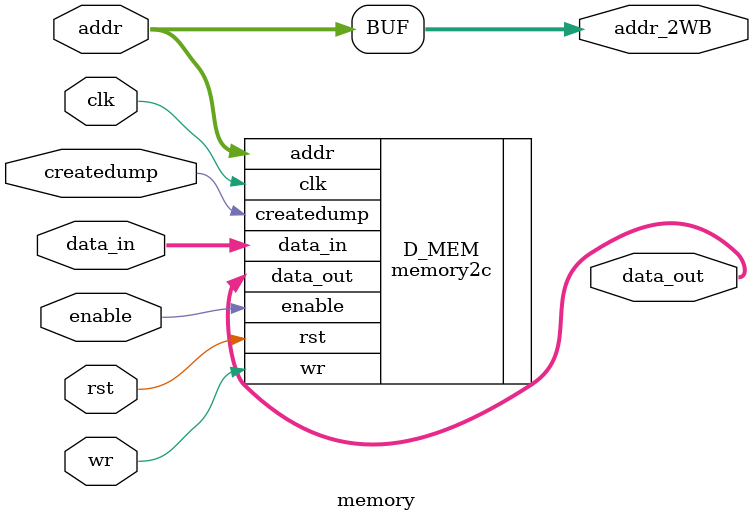
<source format=v>
/*
   CS/ECE 552 Spring '20
  
   Filename        : memory.v
   Description     : This module contains all components in the Memory stage of the 
                     processor.
*/
module memory (

	input clk,
	input rst,

	input [15:0] addr,
	input [15:0] data_in, //write data

	input wr, 
	input enable,
	input createdump,

	output [15:0] data_out,// read data
	output [15:0] addr_2WB// write the EX result to the register directly

	);


	// this is the MEM_stage

	//memory module 
	memory2c D_MEM(
		.data_in(data_in),
		.addr(addr),
		.enable(enable), //enable read & write set to 1 
		.clk(clk), 
		.rst(rst), // rst_h
		.createdump(createdump),  // dump out the memory to file
		.data_out(data_out),
		.wr(wr)
	);
   
   assign addr_2WB = addr;
   
endmodule

</source>
